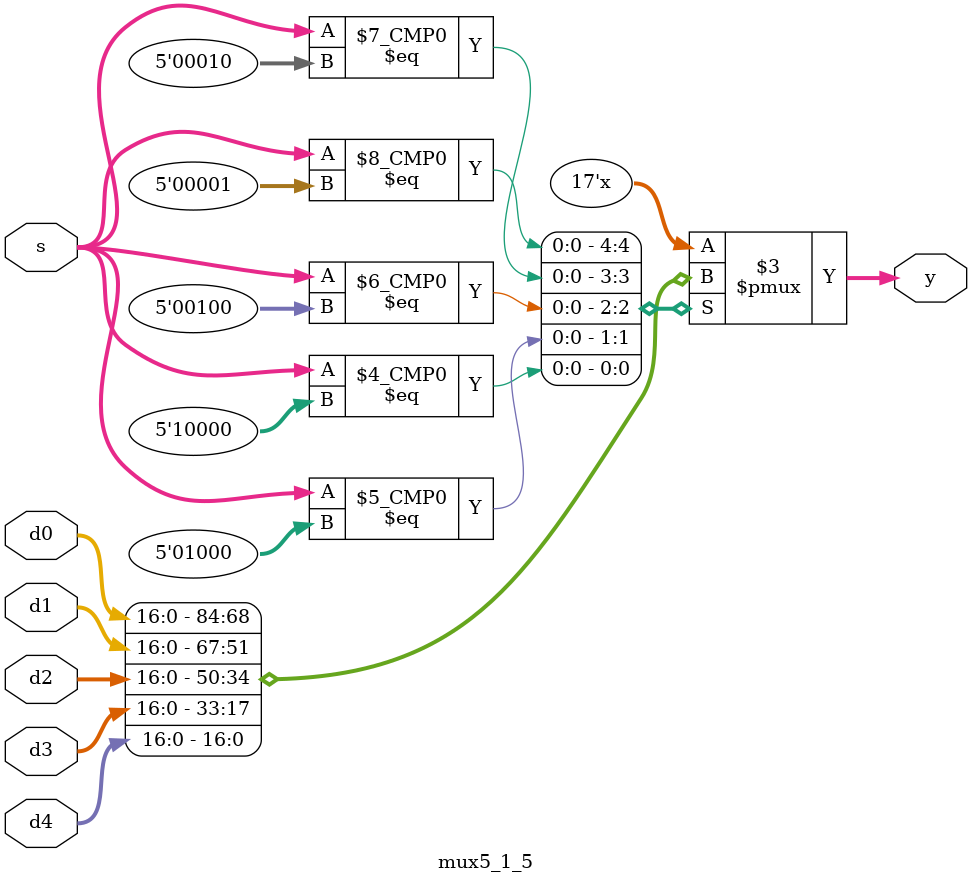
<source format=sv>
module mux5_1_5
	#(parameter width = 17)
	 (input  logic [width-1:0] d0, d1, d2, d3, d4,
	  input  logic [4:0] s, 
	  output logic [width-1:0] y);
	 
	 always_comb 
	 begin
			unique case(s)
			5'b00001 : y = d0;
			5'b00010 : y = d1;
			5'b00100 : y = d2;
			5'b01000 : y = d3;
			5'b10000 : y = d4;
			endcase
	 end
endmodule
</source>
